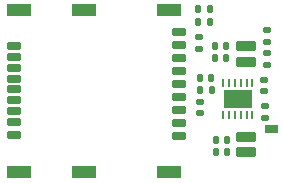
<source format=gbr>
%TF.GenerationSoftware,KiCad,Pcbnew,9.0.0*%
%TF.CreationDate,2025-07-16T00:49:38-07:00*%
%TF.ProjectId,microsd_express,6d696372-6f73-4645-9f65-787072657373,rev?*%
%TF.SameCoordinates,Original*%
%TF.FileFunction,Soldermask,Top*%
%TF.FilePolarity,Negative*%
%FSLAX46Y46*%
G04 Gerber Fmt 4.6, Leading zero omitted, Abs format (unit mm)*
G04 Created by KiCad (PCBNEW 9.0.0) date 2025-07-16 00:49:38*
%MOMM*%
%LPD*%
G01*
G04 APERTURE LIST*
G04 Aperture macros list*
%AMRoundRect*
0 Rectangle with rounded corners*
0 $1 Rounding radius*
0 $2 $3 $4 $5 $6 $7 $8 $9 X,Y pos of 4 corners*
0 Add a 4 corners polygon primitive as box body*
4,1,4,$2,$3,$4,$5,$6,$7,$8,$9,$2,$3,0*
0 Add four circle primitives for the rounded corners*
1,1,$1+$1,$2,$3*
1,1,$1+$1,$4,$5*
1,1,$1+$1,$6,$7*
1,1,$1+$1,$8,$9*
0 Add four rect primitives between the rounded corners*
20,1,$1+$1,$2,$3,$4,$5,0*
20,1,$1+$1,$4,$5,$6,$7,0*
20,1,$1+$1,$6,$7,$8,$9,0*
20,1,$1+$1,$8,$9,$2,$3,0*%
G04 Aperture macros list end*
%ADD10C,0.050000*%
%ADD11RoundRect,0.135000X-0.135000X-0.185000X0.135000X-0.185000X0.135000X0.185000X-0.135000X0.185000X0*%
%ADD12RoundRect,0.175000X-0.425000X0.175000X-0.425000X-0.175000X0.425000X-0.175000X0.425000X0.175000X0*%
%ADD13RoundRect,0.250000X-0.800000X0.300000X-0.800000X-0.300000X0.800000X-0.300000X0.800000X0.300000X0*%
%ADD14RoundRect,0.135000X0.185000X-0.135000X0.185000X0.135000X-0.185000X0.135000X-0.185000X-0.135000X0*%
%ADD15RoundRect,0.100000X0.750000X0.300000X-0.750000X0.300000X-0.750000X-0.300000X0.750000X-0.300000X0*%
%ADD16RoundRect,0.057150X0.057150X0.273050X-0.057150X0.273050X-0.057150X-0.273050X0.057150X-0.273050X0*%
%ADD17RoundRect,0.221100X0.998100X-0.553900X0.998100X0.553900X-0.998100X0.553900X-0.998100X-0.553900X0*%
%ADD18RoundRect,0.140000X0.170000X-0.140000X0.170000X0.140000X-0.170000X0.140000X-0.170000X-0.140000X0*%
%ADD19RoundRect,0.100000X-0.750000X-0.300000X0.750000X-0.300000X0.750000X0.300000X-0.750000X0.300000X0*%
%ADD20RoundRect,0.140000X-0.170000X0.140000X-0.170000X-0.140000X0.170000X-0.140000X0.170000X0.140000X0*%
%ADD21RoundRect,0.140000X0.140000X0.170000X-0.140000X0.170000X-0.140000X-0.170000X0.140000X-0.170000X0*%
%ADD22RoundRect,0.140000X-0.140000X-0.170000X0.140000X-0.170000X0.140000X0.170000X-0.140000X0.170000X0*%
G04 APERTURE END LIST*
%TO.C,JP1*%
D10*
X128802942Y-72517492D02*
X127853041Y-72517492D01*
X127853041Y-73117294D01*
X128802942Y-73117294D01*
X128802942Y-72517492D01*
G36*
X128802942Y-72517492D02*
G01*
X127853041Y-72517492D01*
X127853041Y-73117294D01*
X128802942Y-73117294D01*
X128802942Y-72517492D01*
G37*
%TD*%
D11*
%TO.C,R6*%
X122108755Y-62676787D03*
X123128755Y-62676787D03*
%TD*%
D12*
%TO.C,J1*%
X120550000Y-73410000D03*
X120550000Y-72310000D03*
X120550000Y-71210000D03*
X120550000Y-70110000D03*
X120550000Y-69010000D03*
X120550000Y-67910000D03*
X120550000Y-66810000D03*
X120550000Y-65710000D03*
X106550000Y-73370000D03*
X106550000Y-71310000D03*
X106550000Y-70400000D03*
X106550000Y-69490000D03*
X106550000Y-68580000D03*
X106550000Y-67670000D03*
X106550000Y-66760000D03*
X106550000Y-65850000D03*
X106550000Y-72220000D03*
X120550000Y-64610000D03*
D13*
X107000000Y-62800000D03*
X112500000Y-62800000D03*
X119700000Y-62800000D03*
X119700000Y-76500000D03*
X112500000Y-76500000D03*
X107000000Y-76500000D03*
%TD*%
D14*
%TO.C,R4*%
X127972330Y-65475846D03*
X127972330Y-64455846D03*
%TD*%
D15*
%TO.C,L2*%
X126238032Y-73494966D03*
X126238032Y-74794966D03*
%TD*%
D11*
%TO.C,R1*%
X122290730Y-69545349D03*
X123310730Y-69545349D03*
%TD*%
D16*
%TO.C,U1*%
X124250000Y-71659280D03*
X124749999Y-71659280D03*
X125250000Y-71659280D03*
X125750000Y-71659280D03*
X126250001Y-71659280D03*
X126750000Y-71659280D03*
X126750000Y-68916080D03*
X126250001Y-68916080D03*
X125750000Y-68916080D03*
X125250000Y-68916080D03*
X124749999Y-68916080D03*
X124250000Y-68916080D03*
D17*
X125500000Y-70287680D03*
%TD*%
D18*
%TO.C,C7*%
X127778443Y-71882981D03*
X127778443Y-70922981D03*
%TD*%
D19*
%TO.C,L1*%
X126171040Y-67150000D03*
X126171040Y-65850000D03*
%TD*%
D20*
%TO.C,C11*%
X122333808Y-70527046D03*
X122333808Y-71487046D03*
%TD*%
%TO.C,C3*%
X127763877Y-68670167D03*
X127763877Y-69630167D03*
%TD*%
D21*
%TO.C,C5*%
X124597369Y-73774427D03*
X123637369Y-73774427D03*
%TD*%
%TO.C,C6*%
X124500396Y-66851272D03*
X123540396Y-66851272D03*
%TD*%
%TO.C,C1*%
X124593339Y-74777966D03*
X123633339Y-74777966D03*
%TD*%
D22*
%TO.C,C9*%
X122323996Y-68519600D03*
X123283996Y-68519600D03*
%TD*%
D11*
%TO.C,R5*%
X122118556Y-63750000D03*
X123138556Y-63750000D03*
%TD*%
D21*
%TO.C,C2*%
X124504304Y-65839034D03*
X123544304Y-65839034D03*
%TD*%
D14*
%TO.C,R3*%
X127970599Y-67421702D03*
X127970599Y-66401702D03*
%TD*%
%TO.C,R2*%
X122254803Y-66103005D03*
X122254803Y-65083005D03*
%TD*%
M02*

</source>
